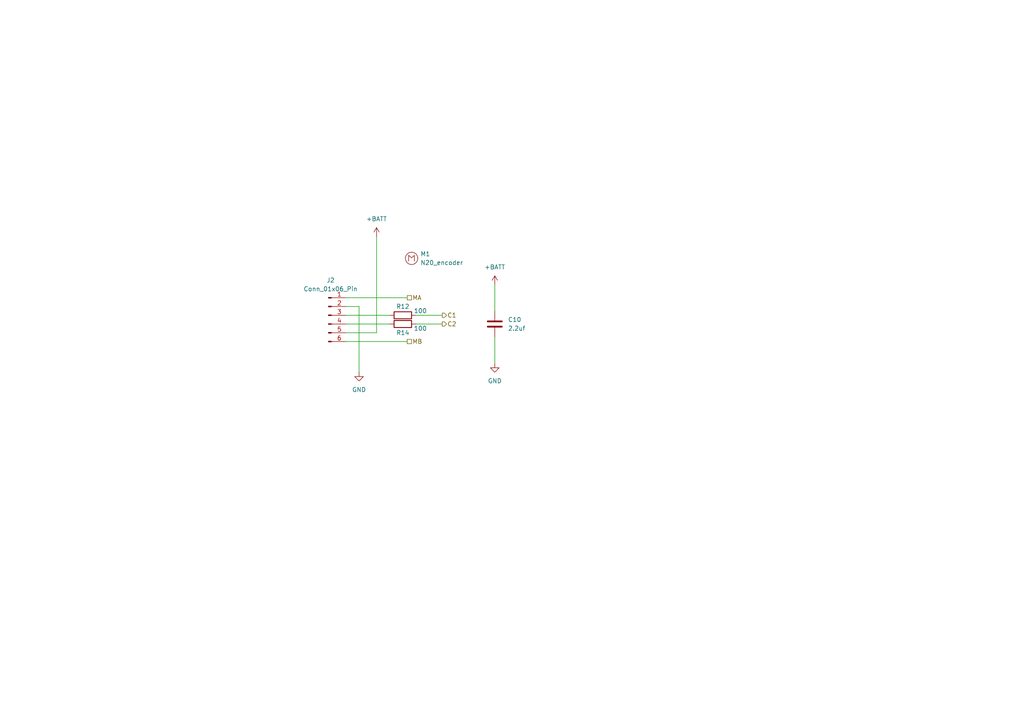
<source format=kicad_sch>
(kicad_sch (version 20230121) (generator eeschema)
  (paper "A4")
  (lib_symbols
    (symbol "Connector:Conn_01x06_Pin" (pin_names (offset 1.016) hide)
      (property "Reference" "J" (at 0 7.62 0))
      (property "Value" "Conn_01x06_Pin" (at 0 -10.16 0))
      (symbol "Conn_01x06_Pin_1_1"
        (polyline (pts (xy 1.27 -7.62) (xy 0.8636 -7.62)) (stroke (width 0.1524)))
        (polyline (pts (xy 1.27 -5.08) (xy 0.8636 -5.08)) (stroke (width 0.1524)))
        (polyline (pts (xy 1.27 -2.54) (xy 0.8636 -2.54)) (stroke (width 0.1524)))
        (polyline (pts (xy 1.27 0) (xy 0.8636 0)) (stroke (width 0.1524)))
        (polyline (pts (xy 1.27 2.54) (xy 0.8636 2.54)) (stroke (width 0.1524)))
        (polyline (pts (xy 1.27 5.08) (xy 0.8636 5.08)) (stroke (width 0.1524)))
        (rectangle (start 0.8636 -7.493) (end 0 -7.747) (stroke (width 0.1524)) (fill (type outline)))
        (rectangle (start 0.8636 -4.953) (end 0 -5.207) (stroke (width 0.1524)) (fill (type outline)))
        (rectangle (start 0.8636 -2.413) (end 0 -2.667) (stroke (width 0.1524)) (fill (type outline)))
        (rectangle (start 0.8636 0.127) (end 0 -0.127) (stroke (width 0.1524)) (fill (type outline)))
        (rectangle (start 0.8636 2.667) (end 0 2.413) (stroke (width 0.1524)) (fill (type outline)))
        (rectangle (start 0.8636 5.207) (end 0 4.953) (stroke (width 0.1524)) (fill (type outline)))
        (pin passive line (at 5.08 5.08 180) (length 3.81) (name "Pin_1") (number "1"))
        (pin passive line (at 5.08 2.54 180) (length 3.81) (name "Pin_2") (number "2"))
        (pin passive line (at 5.08 0 180) (length 3.81) (name "Pin_3") (number "3"))
        (pin passive line (at 5.08 -2.54 180) (length 3.81) (name "Pin_4") (number "4"))
        (pin passive line (at 5.08 -5.08 180) (length 3.81) (name "Pin_5") (number "5"))
        (pin passive line (at 5.08 -7.62 180) (length 3.81) (name "Pin_6") (number "6"))
      )
    )
    (symbol "Device:C" (pin_numbers hide) (pin_names (offset 0.254))
      (property "Reference" "C" (at 0.635 2.54 0))
      (property "Value" "C" (at 0.635 -2.54 0))
      (symbol "C_0_1"
        (polyline (pts (xy -2.032 -0.762) (xy 2.032 -0.762)) (stroke (width 0.508)))
        (polyline (pts (xy -2.032 0.762) (xy 2.032 0.762)) (stroke (width 0.508)))
      )
      (symbol "C_1_1"
        (pin passive line (at 0 3.81 270) (length 2.794) (name "~") (number "1"))
        (pin passive line (at 0 -3.81 90) (length 2.794) (name "~") (number "2"))
      )
    )
    (symbol "Device:R" (pin_numbers hide) (pin_names (offset 0))
      (property "Reference" "R" (at 2.032 0 90))
      (property "Value" "R" (at 0 0 90))
      (symbol "R_0_1"
        (rectangle (start -1.016 -2.54) (end 1.016 2.54) (stroke (width 0.254)))
      )
      (symbol "R_1_1"
        (pin passive line (at 0 3.81 270) (length 1.27) (name "~") (number "1"))
        (pin passive line (at 0 -3.81 90) (length 1.27) (name "~") (number "2"))
      )
    )
    (symbol "minimouse:N20_w_encoder"
      (property "Reference" "M" (at -8.89 1.27 0))
      (property "Value" "N20_encoder" (at 0 -2.54 0))
      (symbol "N20_w_encoder_0_1"
        (polyline (pts (xy -0.8636 -0.8128) (xy -0.8636 0.8636) (xy 0 0.1524) (xy 0.8128 0.8636) (xy 0.8128 -0.8128)))
        (circle (center 0 0) (radius 1.7961))
      )
    )
    (symbol "power:+BATT" (power) (pin_names (offset 0))
      (property "Value" "+BATT" (at 0 3.556 0))
      (symbol "+BATT_0_1"
        (polyline (pts (xy -0.762 1.27) (xy 0 2.54)))
        (polyline (pts (xy 0 0) (xy 0 2.54)))
        (polyline (pts (xy 0 2.54) (xy 0.762 1.27)))
      )
      (symbol "+BATT_1_1"
        (pin power_in line (at 0 0 90) (length 0) hide (name "+BATT") (number "1"))
      )
    )
    (symbol "power:GND" (power) (pin_names (offset 0))
      (property "Value" "GND" (at 0 -3.81 0))
      (symbol "GND_0_1"
        (polyline (pts (xy 0 0) (xy 0 -1.27) (xy 1.27 -1.27) (xy 0 -2.54) (xy -1.27 -1.27) (xy 0 -1.27)))
      )
      (symbol "GND_1_1"
        (pin power_in line (at 0 0 270) (length 0) hide (name "GND") (number "1"))
      )
    )
  )
  (wire (pts (xy 100.33 91.44) (xy 113.03 91.44)))
  (wire (pts (xy 120.65 91.44) (xy 128.27 91.44)))
  (wire (pts (xy 100.33 88.9) (xy 104.14 88.9)))
  (wire (pts (xy 104.14 88.9) (xy 104.14 107.95)))
  (wire (pts (xy 109.22 68.58) (xy 109.22 96.52)))
  (wire (pts (xy 100.33 86.36) (xy 118.11 86.36)))
  (wire (pts (xy 100.33 99.06) (xy 118.11 99.06)))
  (wire (pts (xy 109.22 96.52) (xy 100.33 96.52)))
  (wire (pts (xy 100.33 93.98) (xy 113.03 93.98)))
  (wire (pts (xy 143.51 82.55) (xy 143.51 90.17)))
  (wire (pts (xy 120.65 93.98) (xy 128.27 93.98)))
  (wire (pts (xy 143.51 97.79) (xy 143.51 105.41)))
  (hierarchical_label "C1" (shape output) (at 128.27 91.44 0))
  (hierarchical_label "C2" (shape output) (at 128.27 93.98 0))
  (hierarchical_label "MB" (shape passive) (at 118.11 99.06 0))
  (hierarchical_label "MA" (shape passive) (at 118.11 86.36 0))
  (symbol (lib_id "Connector:Conn_01x06_Pin") (at 95.25 91.44 0) (unit 1)
    (property "Reference" "J2" (at 95.885 81.28 0))
    (property "Value" "Conn_01x06_Pin" (at 95.885 83.82 0))
    (property "Footprint" "Connector_PinHeader_2.54mm:PinHeader_1x06_P2.54mm_Vertical" (effects hide))
    (instances (project "minimouse" (path "" (reference "J2") (unit 1)) (path "" (reference "J3") (unit 1))))
  )
  (symbol (lib_id "power:+BATT") (at 143.51 82.55 0) (unit 1)
    (property "Reference" "#PWR044" (effects hide))
    (property "Value" "+BATT" (at 143.51 77.47 0))
    (instances (project "minimouse" (path "" (reference "#PWR044") (unit 1)) (path "" (reference "#PWR045") (unit 1))))
  )
  (symbol (lib_id "minimouse:N20_w_encoder") (at 119.38 74.93 0) (unit 1)
    (property "Reference" "M1" (at 121.92 73.66 0) (effects (justify left)))
    (property "Value" "N20_encoder" (at 121.92 76.2 0) (effects (justify left)))
    (property "Footprint" "minimouse:N20_with_encoder" (effects hide))
    (instances (project "minimouse" (path "" (reference "M1") (unit 1)) (path "" (reference "M2") (unit 1))))
  )
  (symbol (lib_id "power:+BATT") (at 109.22 68.58 0) (unit 1)
    (property "Reference" "#PWR028" (effects hide))
    (property "Value" "+BATT" (at 109.22 63.5 0))
    (instances (project "minimouse" (path "" (reference "#PWR028") (unit 1)) (path "" (reference "#PWR029") (unit 1))))
  )
  (symbol (lib_id "Device:R") (at 116.84 93.98 90) (unit 1)
    (property "Reference" "R14" (at 116.84 96.52 90))
    (property "Value" "100" (at 121.92 95.25 90))
    (property "Footprint" "Resistor_SMD:R_0603_1608Metric" (effects hide))
    (instances (project "minimouse" (path "" (reference "R14") (unit 1)) (path "" (reference "R15") (unit 1))))
  )
  (symbol (lib_id "power:GND") (at 143.51 105.41 0) (unit 1)
    (property "Reference" "#PWR035" (effects hide))
    (property "Value" "GND" (at 143.51 110.49 0))
    (instances (project "minimouse" (path "" (reference "#PWR035") (unit 1)) (path "" (reference "#PWR038") (unit 1))))
  )
  (symbol (lib_id "Device:R") (at 116.84 91.44 90) (unit 1)
    (property "Reference" "R12" (at 116.84 88.9 90))
    (property "Value" "100" (at 121.92 90.17 90))
    (property "Footprint" "Resistor_SMD:R_0603_1608Metric" (effects hide))
    (instances (project "minimouse" (path "" (reference "R12") (unit 1)) (path "" (reference "R13") (unit 1))))
  )
  (symbol (lib_id "Device:C") (at 143.51 93.98 180) (unit 1)
    (property "Reference" "C10" (at 147.32 92.71 0) (effects (justify right)))
    (property "Value" "2.2uf" (at 147.32 95.25 0) (effects (justify right)))
    (property "Footprint" "Capacitor_SMD:C_0603_1608Metric" (effects hide))
    (instances (project "minimouse" (path "" (reference "C10") (unit 1)) (path "" (reference "C11") (unit 1))))
  )
  (symbol (lib_id "power:GND") (at 104.14 107.95 0) (unit 1)
    (property "Reference" "#PWR026" (effects hide))
    (property "Value" "GND" (at 104.14 113.03 0))
    (instances (project "minimouse" (path "" (reference "#PWR026") (unit 1)) (path "" (reference "#PWR027") (unit 1))))
  )
)
</source>
